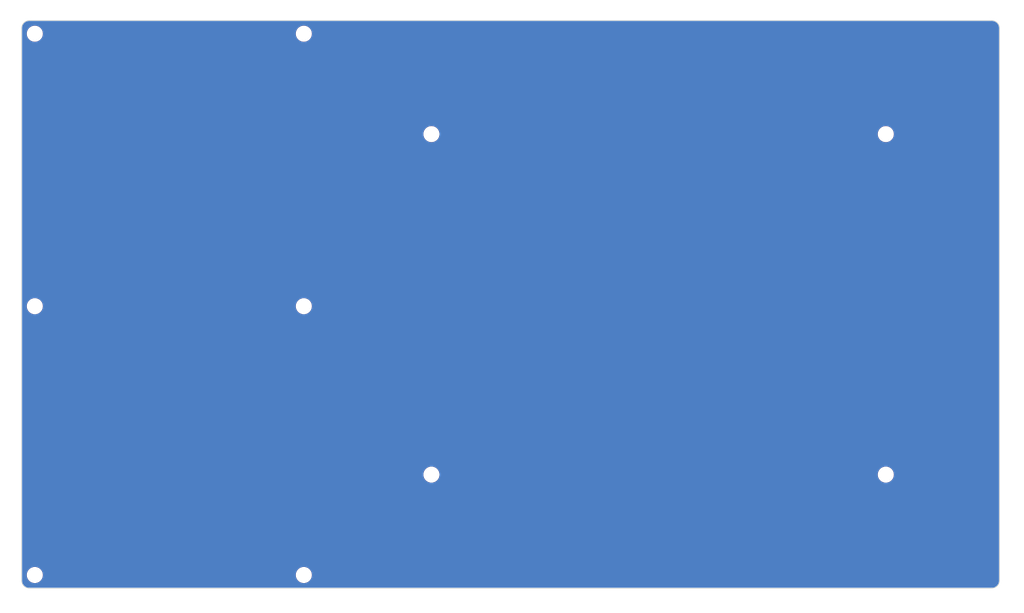
<source format=kicad_pcb>
(kicad_pcb (version 20221018) (generator pcbnew)
  (layers (0 "F.Cu" signal) (31 "B.Cu" signal) (34 "B.Paste" user) (35 "F.Paste" user) (36 "B.SilkS" user "B.Silkscreen") (37 "F.SilkS" user "F.Silkscreen") (38 "B.Mask" user) (39 "F.Mask" user) (44 "Edge.Cuts" user))
  (net 0 "")
  (footprint "MountingHole:MountingHole_2.2mm_M2" (layer "F.Cu") (at 183.375 105.2)
    (fp_text reference "H4" hide)
    (fp_text value "M2")
    (pad "" np_thru_hole circle locked (at 0 0) (size 2.2 2.2) (drill 2.2) (layers "*.Cu" "*.Mask"))
  )
  (footprint "MountingHole:MountingHole_2.2mm_M2" (layer "F.Cu") (at 85.775 76.936 45)
    (fp_text reference "H10" hide)
    (fp_text value "M2")
    (pad "" np_thru_hole circle locked (at 0 0 45) (size 2.2 2.2) (drill 2.2) (layers "*.Cu" "*.Mask"))
  )
  (footprint "MountingHole:MountingHole_2.2mm_M2" (layer "F.Cu") (at 85.775 31.2)
    (fp_text reference "H7" hide)
    (fp_text value "M2")
    (pad "" np_thru_hole circle locked (at 0 0) (size 2.2 2.2) (drill 2.2) (layers "*.Cu" "*.Mask"))
  )
  (footprint "MountingHole:MountingHole_2.2mm_M2" (layer "F.Cu") (at 107.175 48.05)
    (fp_text reference "H1" hide)
    (fp_text value "M2")
    (pad "" np_thru_hole circle locked (at 0 0) (size 2.2 2.2) (drill 2.2) (layers "*.Cu" "*.Mask"))
  )
  (footprint "MountingHole:MountingHole_2.2mm_M2" (layer "F.Cu") (at 107.175 105.2)
    (fp_text reference "H2" hide)
    (fp_text value "M2")
    (pad "" np_thru_hole circle locked (at 0 0) (size 2.2 2.2) (drill 2.2) (layers "*.Cu" "*.Mask"))
  )
  (footprint "MountingHole:MountingHole_2.2mm_M2" (layer "F.Cu") (at 40.661 31.2)
    (fp_text reference "H6" hide)
    (fp_text value "M2")
    (pad "" np_thru_hole circle locked (at 0 0) (size 2.2 2.2) (drill 2.2) (layers "*.Cu" "*.Mask"))
  )
  (footprint "MountingHole:MountingHole_2.2mm_M2" (layer "F.Cu") (at 183.375 48.05)
    (fp_text reference "H3" hide)
    (fp_text value "M2")
    (pad "" np_thru_hole circle locked (at 0 0) (size 2.2 2.2) (drill 2.2) (layers "*.Cu" "*.Mask"))
  )
  (footprint "MountingHole:MountingHole_2.2mm_M2" (layer "F.Cu") (at 40.661 122.05 -135)
    (fp_text reference "H9" hide)
    (fp_text value "M2")
    (pad "" np_thru_hole circle locked (at 0 0 225) (size 2.2 2.2) (drill 2.2) (layers "*.Cu" "*.Mask"))
  )
  (footprint "DreaM117er-keebLibrary:Trackpad_Cirque_TM040040" (layer "F.Cu") (at 63.218 99.493 -90)
    (fp_text reference "H5" hide)
    (fp_text value "TM040040")
  )
  (footprint "MountingHole:MountingHole_2.2mm_M2" (layer "F.Cu") (at 40.661 76.936 135)
    (fp_text reference "H8" hide)
    (fp_text value "M2")
    (pad "" np_thru_hole circle locked (at 0 0 135) (size 2.2 2.2) (drill 2.2) (layers "*.Cu" "*.Mask"))
  )
  (footprint "MountingHole:MountingHole_2.2mm_M2" (layer "F.Cu") (at 85.775 122.05 135)
    (fp_text reference "H11" hide)
    (fp_text value "M2")
    (pad "" np_thru_hole circle locked (at 0 0 135) (size 2.2 2.2) (drill 2.2) (layers "*.Cu" "*.Mask"))
  )
  (gr_line locked (start 201.155 29) (end 39.731 29) (stroke (width 0.12)) (layer "Edge.Cuts"))
  (gr_arc locked (start 39.731 124.25) (mid 38.832974 123.878026) (end 38.461 122.98) (stroke (width 0.12)) (layer "Edge.Cuts"))
  (gr_arc locked (start 38.461 30.27) (mid 38.832974 29.371974) (end 39.731 29) (stroke (width 0.12)) (layer "Edge.Cuts"))
  (gr_line locked (start 202.425 122.98) (end 202.425 30.27) (stroke (width 0.12)) (layer "Edge.Cuts"))
  (gr_line locked (start 201.155 124.25) (end 39.731 124.25) (stroke (width 0.12)) (layer "Edge.Cuts"))
  (gr_line locked (start 38.461 30.27) (end 38.461 122.98) (stroke (width 0.12)) (layer "Edge.Cuts"))
  (gr_arc locked (start 202.425 122.98) (mid 202.053026 123.878026) (end 201.155 124.25) (stroke (width 0.12)) (layer "Edge.Cuts"))
  (gr_arc locked (start 201.155 29) (mid 202.053026 29.371974) (end 202.425 30.27) (stroke (width 0.12)) (layer "Edge.Cuts"))
  (zone (net 0) (net_name "") (layers "F&B.Cu") (connect_pads (clearance 0.5)) (min_thickness 0.25) (fill yes (thermal_gap 0.5) (thermal_bridge_width 0.5))
    (polygon (pts (xy 34.85 25.54) (xy 34.82 128.25) (xy 206.19 128.48) (xy 206.56 25.66)))
  )
)
</source>
